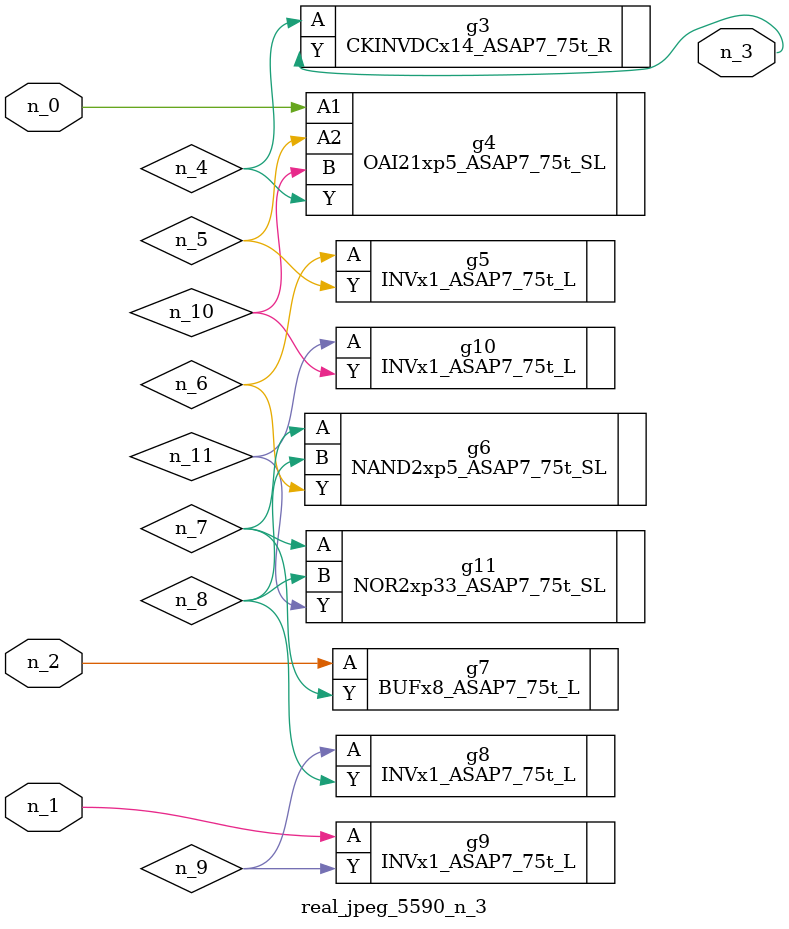
<source format=v>
module real_jpeg_5590_n_3 (n_1, n_0, n_2, n_3);

input n_1;
input n_0;
input n_2;

output n_3;

wire n_5;
wire n_4;
wire n_8;
wire n_11;
wire n_6;
wire n_7;
wire n_10;
wire n_9;

OAI21xp5_ASAP7_75t_SL g4 ( 
.A1(n_0),
.A2(n_5),
.B(n_10),
.Y(n_4)
);

INVx1_ASAP7_75t_L g9 ( 
.A(n_1),
.Y(n_9)
);

BUFx8_ASAP7_75t_L g7 ( 
.A(n_2),
.Y(n_7)
);

CKINVDCx14_ASAP7_75t_R g3 ( 
.A(n_4),
.Y(n_3)
);

INVx1_ASAP7_75t_L g5 ( 
.A(n_6),
.Y(n_5)
);

NAND2xp5_ASAP7_75t_SL g6 ( 
.A(n_7),
.B(n_8),
.Y(n_6)
);

NOR2xp33_ASAP7_75t_SL g11 ( 
.A(n_7),
.B(n_8),
.Y(n_11)
);

INVx1_ASAP7_75t_L g8 ( 
.A(n_9),
.Y(n_8)
);

INVx1_ASAP7_75t_L g10 ( 
.A(n_11),
.Y(n_10)
);


endmodule
</source>
